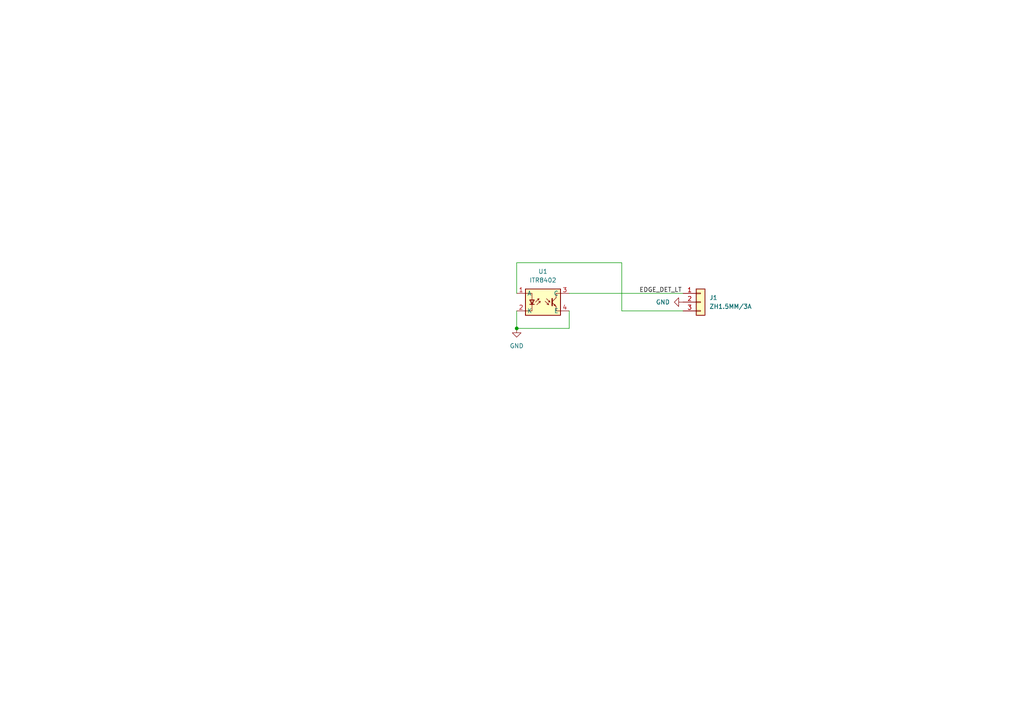
<source format=kicad_sch>
(kicad_sch (version 20231120) (generator "eeschema") (generator_version "8.0")
  (paper "A4")
  (title_block (title "EHSLS-01-Cliff") (date "2022-05-09") (rev "V0.1") (company "Timye"))
  (lib_symbols
    (symbol "Connector_Generic:Conn_01x03" (pin_names (offset 1.016) hide)
      (property "Reference" "J" (at 0 5.08 0))
      (property "Value" "Conn_01x03" (at 0 -5.08 0))
      (symbol "Conn_01x03_1_1"
        (rectangle (start -1.27 -2.413) (end 0 -2.667) (stroke (width 0.1524)))
        (rectangle (start -1.27 0.127) (end 0 -0.127) (stroke (width 0.1524)))
        (rectangle (start -1.27 2.667) (end 0 2.413) (stroke (width 0.1524)))
        (rectangle (start -1.27 3.81) (end 1.27 -3.81) (stroke (width 0.254)) (fill (type background)))
        (pin passive line (at -5.08 2.54 0) (length 3.81) (name "Pin_1") (number "1"))
        (pin passive line (at -5.08 0 0) (length 3.81) (name "Pin_2") (number "2"))
        (pin passive line (at -5.08 -2.54 0) (length 3.81) (name "Pin_3") (number "3"))
      )
    )
    (symbol "Ovo_Sensor_Proximity:ITR8105"
      (property "Reference" "U" (at 0 6.35 0))
      (property "Value" "ITR8105" (at 0 -6.35 0))
      (symbol "ITR8105_0_1"
        (polyline (pts (xy -3.81 -0.635) (xy -2.54 -0.635)) (stroke (width 0.254)))
        (polyline (pts (xy -1.143 1.016) (xy -1.27 0.508)))
        (polyline (pts (xy -0.762 0.254) (xy -0.889 -0.254)))
        (polyline (pts (xy 1.651 -0.762) (xy 1.143 -0.635)))
        (polyline (pts (xy 2.032 0) (xy 1.524 0.127)))
        (polyline (pts (xy 2.667 -0.127) (xy 3.81 -1.27)))
        (polyline (pts (xy 2.667 0.127) (xy 3.81 1.27)))
        (polyline (pts (xy -2.159 0) (xy -1.143 1.016) (xy -1.651 0.889)))
        (polyline (pts (xy -1.778 -0.762) (xy -0.762 0.254) (xy -1.27 0.127)))
        (polyline (pts (xy 0.635 0.254) (xy 1.651 -0.762) (xy 1.524 -0.254)))
        (polyline (pts (xy 1.016 1.016) (xy 2.032 0) (xy 1.905 0.508)))
        (polyline (pts (xy 2.667 1.016) (xy 2.667 -1.016) (xy 2.667 -1.016)) (stroke (width 0.3556)))
        (polyline (pts (xy 3.81 -1.27) (xy 3.81 -2.54) (xy 5.08 -2.54)))
        (polyline (pts (xy 3.81 1.27) (xy 3.81 2.54) (xy 5.08 2.54)))
        (polyline (pts (xy -5.08 -2.54) (xy -3.175 -2.54) (xy -3.175 2.54) (xy -5.08 2.54)))
        (polyline (pts (xy -3.175 -0.635) (xy -3.81 0.635) (xy -2.54 0.635) (xy -3.175 -0.635)) (stroke (width 0.254)))
        (polyline (pts (xy 3.683 -1.143) (xy 3.429 -0.635) (xy 3.175 -0.889) (xy 3.683 -1.143)))
        (polyline (pts (xy -5.08 -3.81) (xy 5.08 -3.81) (xy 5.08 3.81) (xy -5.08 3.81) (xy -5.08 -3.81)) (stroke (width 0.254)) (fill (type background)))
      )
      (symbol "ITR8105_1_1"
        (pin passive line (at -7.62 2.54 0) (length 2.54) (name "A") (number "1"))
        (pin passive line (at -7.62 -2.54 0) (length 2.54) (name "K") (number "2"))
        (pin open_collector line (at 7.62 2.54 180) (length 2.54) (name "C") (number "3"))
        (pin open_emitter line (at 7.62 -2.54 180) (length 2.54) (name "E") (number "4"))
      )
    )
    (symbol "power:GND" (power) (pin_names (offset 0))
      (property "Value" "GND" (at 0 -3.81 0))
      (symbol "GND_0_1"
        (polyline (pts (xy 0 0) (xy 0 -1.27) (xy 1.27 -1.27) (xy 0 -2.54) (xy -1.27 -1.27) (xy 0 -1.27)))
      )
      (symbol "GND_1_1"
        (pin power_in line (at 0 0 270) (length 0) hide (name "GND") (number "1"))
      )
    )
  )
  (junction (at 149.86 95.25))
  (wire (pts (xy 149.86 95.25) (xy 149.86 90.17)))
  (wire (pts (xy 165.1 85.09) (xy 198.12 85.09)))
  (wire (pts (xy 180.34 90.17) (xy 180.34 76.2)))
  (wire (pts (xy 165.1 90.17) (xy 165.1 95.25)))
  (wire (pts (xy 180.34 76.2) (xy 149.86 76.2)))
  (wire (pts (xy 165.1 95.25) (xy 149.86 95.25)))
  (wire (pts (xy 149.86 76.2) (xy 149.86 85.09)))
  (wire (pts (xy 180.34 90.17) (xy 198.12 90.17)))
  (label "EDGE_DET_LT" (at 185.42 85.09 0))
  (symbol (lib_id "Connector_Generic:Conn_01x03") (at 203.2 87.63 0) (unit 1)
    (property "Reference" "J1" (at 205.74 86.3599 0) (effects (justify left)))
    (property "Value" "ZH1.5MM/3A" (at 205.74 88.8999 0) (effects (justify left)))
    (property "Footprint" "Ovo_Connector_JST:JST_ZH_B03B-ZR_1x03_P1.50mm_Vertical" (effects (hide yes)))
  )
  (symbol (lib_id "power:GND") (at 149.86 95.25 0) (unit 1)
    (property "Reference" "#PWR0102" (effects (hide yes)))
    (property "Value" "GND" (at 149.86 100.33 0))
  )
  (symbol (lib_id "power:GND") (at 198.12 87.63 270) (unit 1)
    (property "Reference" "#PWR0101" (effects (hide yes)))
    (property "Value" "GND" (at 194.31 87.63 90) (effects (justify right)))
  )
  (symbol (lib_id "Ovo_Sensor_Proximity:ITR8105") (at 157.48 87.63 0) (unit 1)
    (property "Reference" "U1" (at 157.48 78.74 0))
    (property "Value" "ITR8402" (at 157.48 81.28 0))
    (property "Footprint" "Ovo_Sensor_Proximity:EverLight_ITR8102_14.0x6.0mm_P2.54mm" (effects (hide yes)))
    (property "Datasheet" "https://atta.szlcsc.com/upload/public/pdf/source/20170303/1488533271045.pdf" (effects (hide yes)))
  )
)
</source>
